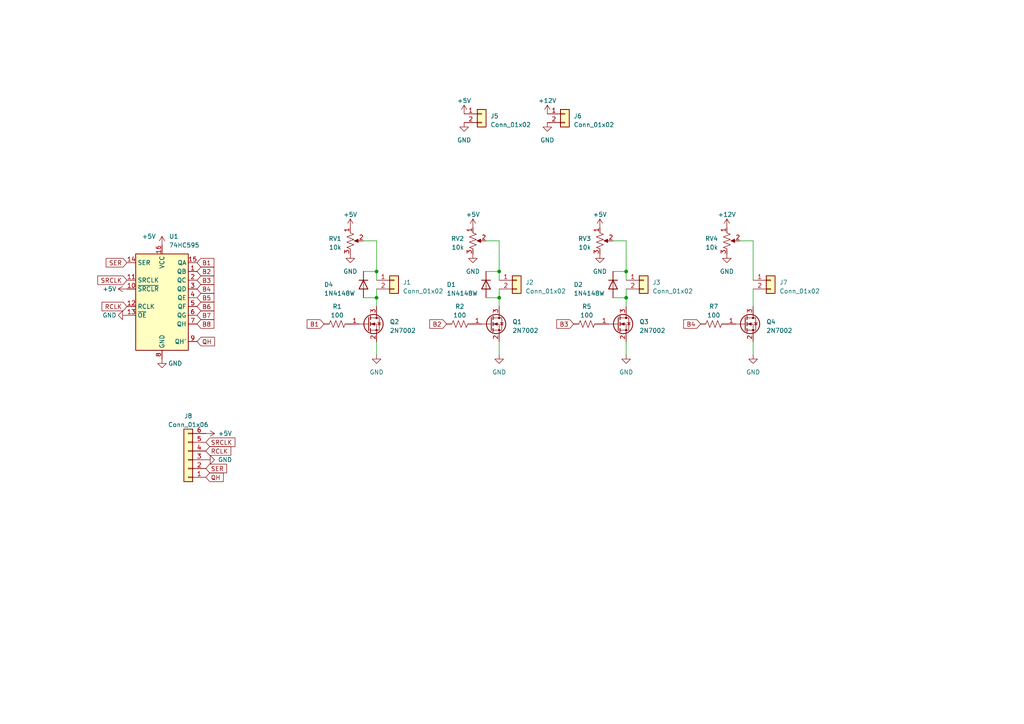
<source format=kicad_sch>
(kicad_sch (version 20230121) (generator eeschema)
  (paper "A4")
  (lib_symbols
    (symbol "4ms_Power:+5V" (power) (pin_names (offset 0))
      (property "Value" "+5V" (at 0 3.556 0))
      (symbol "+5V_0_1"
        (polyline (pts (xy -0.762 1.27) (xy 0 2.54)))
        (polyline (pts (xy 0 0) (xy 0 2.54)))
        (polyline (pts (xy 0 2.54) (xy 0.762 1.27)))
      )
      (symbol "+5V_1_1"
        (pin power_in line (at 0 0 90) (length 0) hide (name "+5V") (number "1"))
      )
    )
    (symbol "4ms_Power:GND" (power) (pin_names (offset 0))
      (property "Value" "GND" (at 0 -3.81 0))
      (symbol "GND_0_1"
        (polyline (pts (xy 0 0) (xy 0 -1.27) (xy 1.27 -1.27) (xy 0 -2.54) (xy -1.27 -1.27) (xy 0 -1.27)))
      )
      (symbol "GND_1_1"
        (pin power_in line (at 0 0 270) (length 0) hide (name "GND") (number "1"))
      )
    )
    (symbol "74xx:74HC595"
      (property "Reference" "U" (at -7.62 13.97 0))
      (property "Value" "74HC595" (at -7.62 -16.51 0))
      (symbol "74HC595_1_0"
        (pin tri_state line (at 10.16 7.62 180) (length 2.54) (name "QB") (number "1"))
        (pin input line (at -10.16 2.54 0) (length 2.54) (name "~{SRCLR}") (number "10"))
        (pin input line (at -10.16 5.08 0) (length 2.54) (name "SRCLK") (number "11"))
        (pin input line (at -10.16 -2.54 0) (length 2.54) (name "RCLK") (number "12"))
        (pin input line (at -10.16 -5.08 0) (length 2.54) (name "~{OE}") (number "13"))
        (pin input line (at -10.16 10.16 0) (length 2.54) (name "SER") (number "14"))
        (pin tri_state line (at 10.16 10.16 180) (length 2.54) (name "QA") (number "15"))
        (pin power_in line (at 0 15.24 270) (length 2.54) (name "VCC") (number "16"))
        (pin tri_state line (at 10.16 5.08 180) (length 2.54) (name "QC") (number "2"))
        (pin tri_state line (at 10.16 2.54 180) (length 2.54) (name "QD") (number "3"))
        (pin tri_state line (at 10.16 0 180) (length 2.54) (name "QE") (number "4"))
        (pin tri_state line (at 10.16 -2.54 180) (length 2.54) (name "QF") (number "5"))
        (pin tri_state line (at 10.16 -5.08 180) (length 2.54) (name "QG") (number "6"))
        (pin tri_state line (at 10.16 -7.62 180) (length 2.54) (name "QH") (number "7"))
        (pin power_in line (at 0 -17.78 90) (length 2.54) (name "GND") (number "8"))
        (pin output line (at 10.16 -12.7 180) (length 2.54) (name "QH'") (number "9"))
      )
      (symbol "74HC595_1_1"
        (rectangle (start -7.62 12.7) (end 7.62 -15.24) (stroke (width 0.254)) (fill (type background)))
      )
    )
    (symbol "Connector_Generic:Conn_01x02" (pin_names (offset 1.016) hide)
      (property "Reference" "J" (at 0 2.54 0))
      (property "Value" "Conn_01x02" (at 0 -5.08 0))
      (symbol "Conn_01x02_1_1"
        (rectangle (start -1.27 -2.413) (end 0 -2.667) (stroke (width 0.1524)))
        (rectangle (start -1.27 0.127) (end 0 -0.127) (stroke (width 0.1524)))
        (rectangle (start -1.27 1.27) (end 1.27 -3.81) (stroke (width 0.254)) (fill (type background)))
        (pin passive line (at -5.08 0 0) (length 3.81) (name "Pin_1") (number "1"))
        (pin passive line (at -5.08 -2.54 0) (length 3.81) (name "Pin_2") (number "2"))
      )
    )
    (symbol "Connector_Generic:Conn_01x06" (pin_names (offset 1.016) hide)
      (property "Reference" "J" (at 0 7.62 0))
      (property "Value" "Conn_01x06" (at 0 -10.16 0))
      (symbol "Conn_01x06_1_1"
        (rectangle (start -1.27 -7.493) (end 0 -7.747) (stroke (width 0.1524)))
        (rectangle (start -1.27 -4.953) (end 0 -5.207) (stroke (width 0.1524)))
        (rectangle (start -1.27 -2.413) (end 0 -2.667) (stroke (width 0.1524)))
        (rectangle (start -1.27 0.127) (end 0 -0.127) (stroke (width 0.1524)))
        (rectangle (start -1.27 2.667) (end 0 2.413) (stroke (width 0.1524)))
        (rectangle (start -1.27 5.207) (end 0 4.953) (stroke (width 0.1524)))
        (rectangle (start -1.27 6.35) (end 1.27 -8.89) (stroke (width 0.254)) (fill (type background)))
        (pin passive line (at -5.08 5.08 0) (length 3.81) (name "Pin_1") (number "1"))
        (pin passive line (at -5.08 2.54 0) (length 3.81) (name "Pin_2") (number "2"))
        (pin passive line (at -5.08 0 0) (length 3.81) (name "Pin_3") (number "3"))
        (pin passive line (at -5.08 -2.54 0) (length 3.81) (name "Pin_4") (number "4"))
        (pin passive line (at -5.08 -5.08 0) (length 3.81) (name "Pin_5") (number "5"))
        (pin passive line (at -5.08 -7.62 0) (length 3.81) (name "Pin_6") (number "6"))
      )
    )
    (symbol "Device:R_Potentiometer_US" (pin_names (offset 1.016) hide)
      (property "Reference" "RV" (at -4.445 0 90))
      (property "Value" "R_Potentiometer_US" (at -2.54 0 90))
      (symbol "R_Potentiometer_US_0_1"
        (polyline (pts (xy 0 -2.286) (xy 0 -2.54)))
        (polyline (pts (xy 0 2.54) (xy 0 2.286)))
        (polyline (pts (xy 2.54 0) (xy 1.524 0)))
        (polyline (pts (xy 1.143 0) (xy 2.286 0.508) (xy 2.286 -0.508) (xy 1.143 0)) (fill (type outline)))
        (polyline (pts (xy 0 -0.762) (xy 1.016 -1.143) (xy 0 -1.524) (xy -1.016 -1.905) (xy 0 -2.286)))
        (polyline (pts (xy 0 0.762) (xy 1.016 0.381) (xy 0 0) (xy -1.016 -0.381) (xy 0 -0.762)))
        (polyline (pts (xy 0 2.286) (xy 1.016 1.905) (xy 0 1.524) (xy -1.016 1.143) (xy 0 0.762)))
      )
      (symbol "R_Potentiometer_US_1_1"
        (pin passive line (at 0 3.81 270) (length 1.27) (name "1") (number "1"))
        (pin passive line (at 3.81 0 180) (length 1.27) (name "2") (number "2"))
        (pin passive line (at 0 -3.81 90) (length 1.27) (name "3") (number "3"))
      )
    )
    (symbol "Device:R_US" (pin_numbers hide) (pin_names (offset 0))
      (property "Reference" "R" (at 2.54 0 90))
      (property "Value" "R_US" (at -2.54 0 90))
      (symbol "R_US_0_1"
        (polyline (pts (xy 0 -2.286) (xy 0 -2.54)))
        (polyline (pts (xy 0 2.286) (xy 0 2.54)))
        (polyline (pts (xy 0 -0.762) (xy 1.016 -1.143) (xy 0 -1.524) (xy -1.016 -1.905) (xy 0 -2.286)))
        (polyline (pts (xy 0 0.762) (xy 1.016 0.381) (xy 0 0) (xy -1.016 -0.381) (xy 0 -0.762)))
        (polyline (pts (xy 0 2.286) (xy 1.016 1.905) (xy 0 1.524) (xy -1.016 1.143) (xy 0 0.762)))
      )
      (symbol "R_US_1_1"
        (pin passive line (at 0 3.81 270) (length 1.27) (name "~") (number "1"))
        (pin passive line (at 0 -3.81 90) (length 1.27) (name "~") (number "2"))
      )
    )
    (symbol "Diode:1N4148W" (pin_numbers hide) (pin_names hide)
      (property "Reference" "D" (at 0 2.54 0))
      (property "Value" "1N4148W" (at 0 -2.54 0))
      (symbol "1N4148W_0_1"
        (polyline (pts (xy -1.27 1.27) (xy -1.27 -1.27)) (stroke (width 0.254)))
        (polyline (pts (xy 1.27 0) (xy -1.27 0)))
        (polyline (pts (xy 1.27 1.27) (xy 1.27 -1.27) (xy -1.27 0) (xy 1.27 1.27)) (stroke (width 0.254)))
      )
      (symbol "1N4148W_1_1"
        (pin passive line (at -3.81 0 0) (length 2.54) (name "K") (number "1"))
        (pin passive line (at 3.81 0 180) (length 2.54) (name "A") (number "2"))
      )
    )
    (symbol "Transistor_FET:2N7002" (pin_names hide)
      (property "Reference" "Q" (at 5.08 1.905 0))
      (property "Value" "2N7002" (at 5.08 0 0))
      (symbol "2N7002_0_1"
        (polyline (pts (xy 0.254 0) (xy -2.54 0)))
        (polyline (pts (xy 0.254 1.905) (xy 0.254 -1.905)) (stroke (width 0.254)))
        (polyline (pts (xy 0.762 -1.27) (xy 0.762 -2.286)) (stroke (width 0.254)))
        (polyline (pts (xy 0.762 0.508) (xy 0.762 -0.508)) (stroke (width 0.254)))
        (polyline (pts (xy 0.762 2.286) (xy 0.762 1.27)) (stroke (width 0.254)))
        (polyline (pts (xy 2.54 2.54) (xy 2.54 1.778)))
        (polyline (pts (xy 2.54 -2.54) (xy 2.54 0) (xy 0.762 0)))
        (polyline (pts (xy 0.762 -1.778) (xy 3.302 -1.778) (xy 3.302 1.778) (xy 0.762 1.778)))
        (polyline (pts (xy 1.016 0) (xy 2.032 0.381) (xy 2.032 -0.381) (xy 1.016 0)) (fill (type outline)))
        (polyline (pts (xy 2.794 0.508) (xy 2.921 0.381) (xy 3.683 0.381) (xy 3.81 0.254)))
        (polyline (pts (xy 3.302 0.381) (xy 2.921 -0.254) (xy 3.683 -0.254) (xy 3.302 0.381)))
        (circle (center 1.651 0) (radius 2.794) (stroke (width 0.254)))
        (circle (center 2.54 -1.778) (radius 0.254) (fill (type outline)))
        (circle (center 2.54 1.778) (radius 0.254) (fill (type outline)))
      )
      (symbol "2N7002_1_1"
        (pin input line (at -5.08 0 0) (length 2.54) (name "G") (number "1"))
        (pin passive line (at 2.54 -5.08 90) (length 2.54) (name "S") (number "2"))
        (pin passive line (at 2.54 5.08 270) (length 2.54) (name "D") (number "3"))
      )
    )
    (symbol "power:+12V" (power) (pin_names (offset 0))
      (property "Value" "+12V" (at 0 3.556 0))
      (symbol "+12V_0_1"
        (polyline (pts (xy -0.762 1.27) (xy 0 2.54)))
        (polyline (pts (xy 0 0) (xy 0 2.54)))
        (polyline (pts (xy 0 2.54) (xy 0.762 1.27)))
      )
      (symbol "+12V_1_1"
        (pin power_in line (at 0 0 90) (length 0) hide (name "+12V") (number "1"))
      )
    )
    (symbol "power:+5V" (power) (pin_names (offset 0))
      (property "Value" "+5V" (at 0 3.556 0))
      (symbol "+5V_0_1"
        (polyline (pts (xy -0.762 1.27) (xy 0 2.54)))
        (polyline (pts (xy 0 0) (xy 0 2.54)))
        (polyline (pts (xy 0 2.54) (xy 0.762 1.27)))
      )
      (symbol "+5V_1_1"
        (pin power_in line (at 0 0 90) (length 0) hide (name "+5V") (number "1"))
      )
    )
    (symbol "power:GND" (power) (pin_names (offset 0))
      (property "Value" "GND" (at 0 -3.81 0))
      (symbol "GND_0_1"
        (polyline (pts (xy 0 0) (xy 0 -1.27) (xy 1.27 -1.27) (xy 0 -2.54) (xy -1.27 -1.27) (xy 0 -1.27)))
      )
      (symbol "GND_1_1"
        (pin power_in line (at 0 0 270) (length 0) hide (name "GND") (number "1"))
      )
    )
  )
  (junction (at 144.78 78.74))
  (junction (at 144.78 86.36))
  (junction (at 109.22 86.36))
  (junction (at 181.61 78.74))
  (junction (at 181.61 86.36))
  (junction (at 109.22 78.74))
  (wire (pts (xy 144.78 86.36) (xy 144.78 88.9)))
  (wire (pts (xy 144.78 99.06) (xy 144.78 102.87)))
  (wire (pts (xy 177.8 69.85) (xy 181.61 69.85)))
  (wire (pts (xy 144.78 78.74) (xy 140.97 78.74)))
  (wire (pts (xy 218.44 69.85) (xy 218.44 81.28)))
  (wire (pts (xy 218.44 99.06) (xy 218.44 102.87)))
  (wire (pts (xy 144.78 69.85) (xy 144.78 78.74)))
  (wire (pts (xy 144.78 86.36) (xy 140.97 86.36)))
  (wire (pts (xy 144.78 81.28) (xy 144.78 78.74)))
  (wire (pts (xy 181.61 78.74) (xy 177.8 78.74)))
  (wire (pts (xy 109.22 99.06) (xy 109.22 102.87)))
  (wire (pts (xy 181.61 81.28) (xy 181.61 78.74)))
  (wire (pts (xy 218.44 83.82) (xy 218.44 88.9)))
  (wire (pts (xy 181.61 86.36) (xy 181.61 88.9)))
  (wire (pts (xy 105.41 69.85) (xy 109.22 69.85)))
  (wire (pts (xy 109.22 86.36) (xy 109.22 88.9)))
  (wire (pts (xy 181.61 69.85) (xy 181.61 78.74)))
  (wire (pts (xy 214.63 69.85) (xy 218.44 69.85)))
  (wire (pts (xy 181.61 99.06) (xy 181.61 102.87)))
  (wire (pts (xy 109.22 86.36) (xy 105.41 86.36)))
  (wire (pts (xy 144.78 83.82) (xy 144.78 86.36)))
  (wire (pts (xy 181.61 83.82) (xy 181.61 86.36)))
  (wire (pts (xy 109.22 81.28) (xy 109.22 78.74)))
  (wire (pts (xy 109.22 83.82) (xy 109.22 86.36)))
  (wire (pts (xy 109.22 69.85) (xy 109.22 78.74)))
  (wire (pts (xy 109.22 78.74) (xy 105.41 78.74)))
  (wire (pts (xy 181.61 86.36) (xy 177.8 86.36)))
  (wire (pts (xy 140.97 69.85) (xy 144.78 69.85)))
  (global_label "B7" (shape input) (at 57.15 91.44 0) (property "Intersheetrefs" "${INTERSHEET_REFS}" (effects hide)))
  (global_label "B4" (shape input) (at 203.2 93.98 180) (property "Intersheetrefs" "${INTERSHEET_REFS}" (effects hide)))
  (global_label "SRCLK" (shape input) (at 59.69 128.27 0) (property "Intersheetrefs" "${INTERSHEET_REFS}" (effects hide)))
  (global_label "B1" (shape input) (at 57.15 76.2 0) (property "Intersheetrefs" "${INTERSHEET_REFS}" (effects hide)))
  (global_label "RCLK" (shape input) (at 59.69 130.81 0) (property "Intersheetrefs" "${INTERSHEET_REFS}" (effects hide)))
  (global_label "RCLK" (shape input) (at 36.83 88.9 180) (property "Intersheetrefs" "${INTERSHEET_REFS}" (effects hide)))
  (global_label "B4" (shape input) (at 57.15 83.82 0) (property "Intersheetrefs" "${INTERSHEET_REFS}" (effects hide)))
  (global_label "B5" (shape input) (at 57.15 86.36 0) (property "Intersheetrefs" "${INTERSHEET_REFS}" (effects hide)))
  (global_label "B3" (shape input) (at 57.15 81.28 0) (property "Intersheetrefs" "${INTERSHEET_REFS}" (effects hide)))
  (global_label "SRCLK" (shape input) (at 36.83 81.28 180) (property "Intersheetrefs" "${INTERSHEET_REFS}" (effects hide)))
  (global_label "B2" (shape input) (at 129.54 93.98 180) (property "Intersheetrefs" "${INTERSHEET_REFS}" (effects hide)))
  (global_label "B3" (shape input) (at 166.37 93.98 180) (property "Intersheetrefs" "${INTERSHEET_REFS}" (effects hide)))
  (global_label "SER" (shape input) (at 59.69 135.89 0) (property "Intersheetrefs" "${INTERSHEET_REFS}" (effects hide)))
  (global_label "B1" (shape input) (at 93.98 93.98 180) (property "Intersheetrefs" "${INTERSHEET_REFS}" (effects hide)))
  (global_label "B2" (shape input) (at 57.15 78.74 0) (property "Intersheetrefs" "${INTERSHEET_REFS}" (effects hide)))
  (global_label "QH" (shape input) (at 59.69 138.43 0) (property "Intersheetrefs" "${INTERSHEET_REFS}" (effects hide)))
  (global_label "QH" (shape input) (at 57.15 99.06 0) (property "Intersheetrefs" "${INTERSHEET_REFS}" (effects hide)))
  (global_label "B6" (shape input) (at 57.15 88.9 0) (property "Intersheetrefs" "${INTERSHEET_REFS}" (effects hide)))
  (global_label "B8" (shape input) (at 57.15 93.98 0) (property "Intersheetrefs" "${INTERSHEET_REFS}" (effects hide)))
  (global_label "SER" (shape input) (at 36.83 76.2 180) (property "Intersheetrefs" "${INTERSHEET_REFS}" (effects hide)))
  (symbol (lib_id "power:GND") (at 134.62 35.56 0) (unit 1)
    (property "Reference" "#PWR012" (effects hide))
    (property "Value" "GND" (at 134.62 40.64 0))
  )
  (symbol (lib_id "power:GND") (at 137.16 73.66 0) (unit 1)
    (property "Reference" "#PWR05" (effects hide))
    (property "Value" "GND" (at 137.16 78.74 0))
  )
  (symbol (lib_id "power:GND") (at 210.82 73.66 0) (unit 1)
    (property "Reference" "#PWR017" (effects hide))
    (property "Value" "GND" (at 210.82 78.74 0))
  )
  (symbol (lib_id "Connector_Generic:Conn_01x06") (at 54.61 133.35 180) (unit 1)
    (property "Reference" "J8" (at 54.61 120.65 0))
    (property "Value" "Conn_01x06" (at 54.61 123.19 0))
    (property "Footprint" "Connector_PinSocket_2.54mm:PinSocket_1x06_P2.54mm_Vertical" (effects hide))
  )
  (symbol (lib_id "power:GND") (at 101.6 73.66 0) (unit 1)
    (property "Reference" "#PWR02" (effects hide))
    (property "Value" "GND" (at 101.6 78.74 0))
  )
  (symbol (lib_id "power:GND") (at 144.78 102.87 0) (unit 1)
    (property "Reference" "#PWR06" (effects hide))
    (property "Value" "GND" (at 144.78 107.95 0))
  )
  (symbol (lib_id "power:+5V") (at 173.99 66.04 0) (unit 1)
    (property "Reference" "#PWR07" (effects hide))
    (property "Value" "+5V" (at 173.99 62.23 0))
  )
  (symbol (lib_id "Connector_Generic:Conn_01x02") (at 149.86 81.28 0) (unit 1)
    (property "Reference" "J2" (at 152.4 81.915 0) (effects (justify left)))
    (property "Value" "Conn_01x02" (at 152.4 84.455 0) (effects (justify left)))
    (property "Footprint" "Connector_JST:JST_XH_B2B-XH-A_1x02_P2.50mm_Vertical" (effects hide))
  )
  (symbol (lib_id "Device:R_US") (at 133.35 93.98 90) (unit 1)
    (property "Reference" "R2" (at 133.35 88.9 90))
    (property "Value" "100" (at 133.35 91.44 90))
    (property "Footprint" "Resistor_SMD:R_0603_1608Metric" (effects hide))
  )
  (symbol (lib_id "Connector_Generic:Conn_01x02") (at 139.7 33.02 0) (unit 1)
    (property "Reference" "J5" (at 142.24 33.655 0) (effects (justify left)))
    (property "Value" "Conn_01x02" (at 142.24 36.195 0) (effects (justify left)))
    (property "Footprint" "Connector_JST:JST_XH_B2B-XH-A_1x02_P2.50mm_Vertical" (effects hide))
  )
  (symbol (lib_id "power:GND") (at 173.99 73.66 0) (unit 1)
    (property "Reference" "#PWR08" (effects hide))
    (property "Value" "GND" (at 173.99 78.74 0))
  )
  (symbol (lib_id "power:GND") (at 109.22 102.87 0) (unit 1)
    (property "Reference" "#PWR01" (effects hide))
    (property "Value" "GND" (at 109.22 107.95 0))
  )
  (symbol (lib_id "Transistor_FET:2N7002") (at 142.24 93.98 0) (unit 1)
    (property "Reference" "Q1" (at 148.59 93.345 0) (effects (justify left)))
    (property "Value" "2N7002" (at 148.59 95.885 0) (effects (justify left)))
    (property "Footprint" "Package_TO_SOT_SMD:SOT-23" (effects hide))
    (property "Datasheet" "https://www.onsemi.com/pub/Collateral/NDS7002A-D.PDF" (effects hide))
  )
  (symbol (lib_id "power:+5V") (at 46.99 71.12 0) (unit 1)
    (property "Reference" "#PWR021" (effects hide))
    (property "Value" "+5V" (at 43.18 68.58 0))
  )
  (symbol (lib_id "power:GND") (at 36.83 91.44 270) (unit 1)
    (property "Reference" "#PWR020" (effects hide))
    (property "Value" "GND" (at 31.75 91.44 90))
  )
  (symbol (lib_id "Connector_Generic:Conn_01x02") (at 186.69 81.28 0) (unit 1)
    (property "Reference" "J3" (at 189.23 81.915 0) (effects (justify left)))
    (property "Value" "Conn_01x02" (at 189.23 84.455 0) (effects (justify left)))
    (property "Footprint" "Connector_JST:JST_XH_B2B-XH-A_1x02_P2.50mm_Vertical" (effects hide))
  )
  (symbol (lib_id "Connector_Generic:Conn_01x02") (at 163.83 33.02 0) (unit 1)
    (property "Reference" "J6" (at 166.37 33.655 0) (effects (justify left)))
    (property "Value" "Conn_01x02" (at 166.37 36.195 0) (effects (justify left)))
    (property "Footprint" "Connector_JST:JST_XH_B2B-XH-A_1x02_P2.50mm_Vertical" (effects hide))
  )
  (symbol (lib_id "Device:R_Potentiometer_US") (at 210.82 69.85 0) (unit 1)
    (property "Reference" "RV4" (at 208.28 69.215 0) (effects (justify right)))
    (property "Value" "10k" (at 208.28 71.755 0) (effects (justify right)))
    (property "Footprint" "Potentiometer_THT:Potentiometer_Bourns_3386P_Vertical" (effects hide))
  )
  (symbol (lib_id "Device:R_Potentiometer_US") (at 101.6 69.85 0) (unit 1)
    (property "Reference" "RV1" (at 99.06 69.215 0) (effects (justify right)))
    (property "Value" "10k" (at 99.06 71.755 0) (effects (justify right)))
    (property "Footprint" "Potentiometer_THT:Potentiometer_Bourns_3386P_Vertical" (effects hide))
  )
  (symbol (lib_id "Device:R_Potentiometer_US") (at 137.16 69.85 0) (unit 1)
    (property "Reference" "RV2" (at 134.62 69.215 0) (effects (justify right)))
    (property "Value" "10k" (at 134.62 71.755 0) (effects (justify right)))
    (property "Footprint" "Potentiometer_THT:Potentiometer_Bourns_3386P_Vertical" (effects hide))
  )
  (symbol (lib_id "power:GND") (at 46.99 104.14 0) (unit 1)
    (property "Reference" "#PWR022" (effects hide))
    (property "Value" "GND" (at 50.8 105.41 0))
  )
  (symbol (lib_id "power:+5V") (at 137.16 66.04 0) (unit 1)
    (property "Reference" "#PWR04" (effects hide))
    (property "Value" "+5V" (at 137.16 62.23 0))
  )
  (symbol (lib_id "power:+12V") (at 210.82 66.04 0) (unit 1)
    (property "Reference" "#PWR014" (effects hide))
    (property "Value" "+12V" (at 210.82 62.23 0))
  )
  (symbol (lib_id "Device:R_US") (at 97.79 93.98 90) (unit 1)
    (property "Reference" "R1" (at 97.79 88.9 90))
    (property "Value" "100" (at 97.79 91.44 90))
    (property "Footprint" "Resistor_SMD:R_0603_1608Metric" (effects hide))
  )
  (symbol (lib_id "4ms_Power:GND") (at 59.69 133.35 90) (unit 1)
    (property "Reference" "#PWR024" (effects hide))
    (property "Value" "GND" (at 67.31 133.35 90) (effects (justify left)))
  )
  (symbol (lib_id "Connector_Generic:Conn_01x02") (at 223.52 81.28 0) (unit 1)
    (property "Reference" "J7" (at 226.06 81.915 0) (effects (justify left)))
    (property "Value" "Conn_01x02" (at 226.06 84.455 0) (effects (justify left)))
    (property "Footprint" "Connector_JST:JST_XH_B2B-XH-A_1x02_P2.50mm_Vertical" (effects hide))
  )
  (symbol (lib_id "Diode:1N4148W") (at 177.8 82.55 270) (unit 1)
    (property "Reference" "D2" (at 166.37 82.55 90) (effects (justify left)))
    (property "Value" "1N4148W" (at 166.37 85.09 90) (effects (justify left)))
    (property "Footprint" "Diode_SMD:D_SOD-123" (effects hide))
    (property "Datasheet" "https://www.vishay.com/docs/85748/1n4148w.pdf" (effects hide))
    (property "Sim.Device" "D" (effects hide))
    (property "Sim.Pins" "1=K 2=A" (effects hide))
  )
  (symbol (lib_id "Connector_Generic:Conn_01x02") (at 114.3 81.28 0) (unit 1)
    (property "Reference" "J1" (at 116.84 81.915 0) (effects (justify left)))
    (property "Value" "Conn_01x02" (at 116.84 84.455 0) (effects (justify left)))
    (property "Footprint" "Connector_JST:JST_XH_B2B-XH-A_1x02_P2.50mm_Vertical" (effects hide))
  )
  (symbol (lib_id "Transistor_FET:2N7002") (at 106.68 93.98 0) (unit 1)
    (property "Reference" "Q2" (at 113.03 93.345 0) (effects (justify left)))
    (property "Value" "2N7002" (at 113.03 95.885 0) (effects (justify left)))
    (property "Footprint" "Package_TO_SOT_SMD:SOT-23" (effects hide))
    (property "Datasheet" "https://www.onsemi.com/pub/Collateral/NDS7002A-D.PDF" (effects hide))
  )
  (symbol (lib_id "Diode:1N4148W") (at 105.41 82.55 270) (unit 1)
    (property "Reference" "D4" (at 93.98 82.55 90) (effects (justify left)))
    (property "Value" "1N4148W" (at 93.98 85.09 90) (effects (justify left)))
    (property "Footprint" "Diode_SMD:D_SOD-123" (effects hide))
    (property "Datasheet" "https://www.vishay.com/docs/85748/1n4148w.pdf" (effects hide))
    (property "Sim.Device" "D" (effects hide))
    (property "Sim.Pins" "1=K 2=A" (effects hide))
  )
  (symbol (lib_id "Transistor_FET:2N7002") (at 215.9 93.98 0) (unit 1)
    (property "Reference" "Q4" (at 222.25 93.345 0) (effects (justify left)))
    (property "Value" "2N7002" (at 222.25 95.885 0) (effects (justify left)))
    (property "Footprint" "Package_TO_SOT_SMD:SOT-23" (effects hide))
    (property "Datasheet" "https://www.onsemi.com/pub/Collateral/NDS7002A-D.PDF" (effects hide))
  )
  (symbol (lib_id "74xx:74HC595") (at 46.99 86.36 0) (unit 1)
    (property "Reference" "U1" (at 49.0094 68.58 0) (effects (justify left)))
    (property "Value" "74HC595" (at 49.0094 71.12 0) (effects (justify left)))
    (property "Footprint" "Package_SO:SOIC-16_3.9x9.9mm_P1.27mm" (effects hide))
    (property "Datasheet" "http://www.ti.com/lit/ds/symlink/sn74hc595.pdf" (effects hide))
  )
  (symbol (lib_id "Device:R_US") (at 170.18 93.98 90) (unit 1)
    (property "Reference" "R5" (at 170.18 88.9 90))
    (property "Value" "100" (at 170.18 91.44 90))
    (property "Footprint" "Resistor_SMD:R_0603_1608Metric" (effects hide))
  )
  (symbol (lib_id "power:+5V") (at 36.83 83.82 90) (unit 1)
    (property "Reference" "#PWR019" (effects hide))
    (property "Value" "+5V" (at 31.75 83.82 90))
  )
  (symbol (lib_id "Diode:1N4148W") (at 140.97 82.55 270) (unit 1)
    (property "Reference" "D1" (at 129.54 82.55 90) (effects (justify left)))
    (property "Value" "1N4148W" (at 129.54 85.09 90) (effects (justify left)))
    (property "Footprint" "Diode_SMD:D_SOD-123" (effects hide))
    (property "Datasheet" "https://www.vishay.com/docs/85748/1n4148w.pdf" (effects hide))
    (property "Sim.Device" "D" (effects hide))
    (property "Sim.Pins" "1=K 2=A" (effects hide))
  )
  (symbol (lib_id "power:+5V") (at 134.62 33.02 0) (unit 1)
    (property "Reference" "#PWR013" (effects hide))
    (property "Value" "+5V" (at 134.62 29.21 0))
  )
  (symbol (lib_id "power:GND") (at 218.44 102.87 0) (unit 1)
    (property "Reference" "#PWR018" (effects hide))
    (property "Value" "GND" (at 218.44 107.95 0))
  )
  (symbol (lib_id "Device:R_Potentiometer_US") (at 173.99 69.85 0) (unit 1)
    (property "Reference" "RV3" (at 171.45 69.215 0) (effects (justify right)))
    (property "Value" "10k" (at 171.45 71.755 0) (effects (justify right)))
    (property "Footprint" "Potentiometer_THT:Potentiometer_Bourns_3386P_Vertical" (effects hide))
  )
  (symbol (lib_id "Transistor_FET:2N7002") (at 179.07 93.98 0) (unit 1)
    (property "Reference" "Q3" (at 185.42 93.345 0) (effects (justify left)))
    (property "Value" "2N7002" (at 185.42 95.885 0) (effects (justify left)))
    (property "Footprint" "Package_TO_SOT_SMD:SOT-23" (effects hide))
    (property "Datasheet" "https://www.onsemi.com/pub/Collateral/NDS7002A-D.PDF" (effects hide))
  )
  (symbol (lib_id "power:GND") (at 181.61 102.87 0) (unit 1)
    (property "Reference" "#PWR09" (effects hide))
    (property "Value" "GND" (at 181.61 107.95 0))
  )
  (symbol (lib_id "power:GND") (at 158.75 35.56 0) (unit 1)
    (property "Reference" "#PWR015" (effects hide))
    (property "Value" "GND" (at 158.75 40.64 0))
  )
  (symbol (lib_id "4ms_Power:+5V") (at 59.69 125.73 270) (unit 1)
    (property "Reference" "#PWR023" (effects hide))
    (property "Value" "+5V" (at 67.31 125.73 90) (effects (justify right)))
  )
  (symbol (lib_id "power:+5V") (at 101.6 66.04 0) (unit 1)
    (property "Reference" "#PWR03" (effects hide))
    (property "Value" "+5V" (at 101.6 62.23 0))
  )
  (symbol (lib_id "power:+12V") (at 158.75 33.02 0) (unit 1)
    (property "Reference" "#PWR016" (effects hide))
    (property "Value" "+12V" (at 158.75 29.21 0))
  )
  (symbol (lib_id "Device:R_US") (at 207.01 93.98 90) (unit 1)
    (property "Reference" "R7" (at 207.01 88.9 90))
    (property "Value" "100" (at 207.01 91.44 90))
    (property "Footprint" "Resistor_SMD:R_0603_1608Metric" (effects hide))
  )
)
</source>
